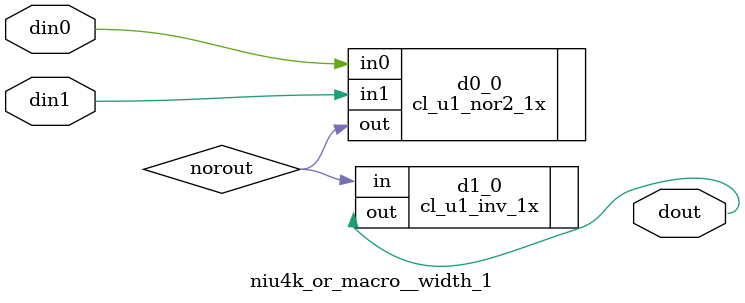
<source format=v>
module n2_niu_sp_4096x9s_cust (
  reset, 
  tcu_aclk, 
  tcu_bclk, 
  pce, 
  tcu_pce_ov, 
  tcu_scan_en, 
  tcu_se_scancollar_in, 
  tcu_se_scancollar_out, 
  tcu_array_wr_inhibit, 
  scan_in, 
  scan_out, 
  hdr_sram_rvalue, 
  hdr_sram_rid, 
  hdr_sram_wr_en, 
  hdr_sram_red_clr, 
  sram_hdr_read_data, 
  rw_adr, 
  wr_en, 
  rd_en, 
  din, 
  dout, 
  l2clk);
wire repair_scanout;
    
       
input                   reset;
input                   tcu_aclk;
input                   tcu_bclk;
input                   pce;
input                   tcu_pce_ov;
input                   tcu_scan_en;
input                   tcu_se_scancollar_in;
input                   tcu_se_scancollar_out;
input                   tcu_array_wr_inhibit;
input                   scan_in;
output                  scan_out;

input             [5:0] hdr_sram_rvalue;
input                   hdr_sram_rid;
input                   hdr_sram_wr_en;
input                   hdr_sram_red_clr;
output            [5:0] sram_hdr_read_data;

input            [11:0] rw_adr;
input                   wr_en;
input                   rd_en;
input             [8:0] din;
output            [8:0] dout;
input                   l2clk;

// 0in set_clock l2clk
// 0in bits_on -var {rd_en,wr_en} -max 1 -message "niu_sp_4096x9: Attempt to read AND write on same cycle" -group mbist_mode
 
wire    [5:0]   hdr_sram_rvalue;
wire    [5:0]   sram_hdr_read_data;
wire    [11:0]  rw_adr;
wire    [8:0]   din;
wire    [8:0]   dout;
wire    [1:0]   repair_en_bk;
wire    [4:0]   red_value_b0, red_value_b1;

n2_niu_sp_4096x9s_bank niu_sp_4096x9s_bank (
                                .reset                  (reset),
                                .tcu_aclk               (tcu_aclk),
                                .tcu_bclk               (tcu_bclk),
                                .pce                    (pce),
                                .tcu_pce_ov             (tcu_pce_ov),
                                .tcu_scan_en            (tcu_scan_en),
                                .tcu_se_scancollar_in   (tcu_se_scancollar_in),
                                .tcu_array_wr_inhibit   (tcu_array_wr_inhibit),
                                .l2clk                  (l2clk),
                                .wr_en                  (wr_en),
                                .rw_adr                 (rw_adr),
                                .rd_en                  (rd_en),
                                .din                    (din),
                                .scan_in                (repair_scanout),
                                .scan_out               (scan_out),
                                .red_value_b0           (red_value_b0),
                                .red_value_b1           (red_value_b1),
                                .repair_en_bk           (repair_en_bk),
                                .dout                   (dout));

n2_niu_sp_4096x9s_repair repair (
                                .tcu_aclk               (tcu_aclk),
                                .tcu_bclk               (tcu_bclk),
                                .pce                    (pce),
                                .tcu_pce_ov             (tcu_pce_ov),
                                .tcu_scan_en            (tcu_scan_en),
                                .tcu_se_scancollar_in   (tcu_se_scancollar_in),
                                .tcu_se_scancollar_out  (tcu_se_scancollar_out),
                                .tcu_array_wr_inhibit   (tcu_array_wr_inhibit),
                                .scan_in                (scan_in),
                                .hdr_sram_rvalue        (hdr_sram_rvalue),
                                .hdr_sram_rid           (hdr_sram_rid),
                                .hdr_sram_wr_en         (hdr_sram_wr_en),
                                .hdr_sram_red_clr       (hdr_sram_red_clr),
                                .l2clk                  (l2clk),
                                .sram_hdr_read_data     (sram_hdr_read_data),
                                .red_value_b0           (red_value_b0),
                                .red_value_b1           (red_value_b1),
                                .repair_en_bk           (repair_en_bk),
                                .scan_out               (repair_scanout));

endmodule

 



module n2_niu_sp_4096x9s_bank (
  reset, 
  din, 
  rw_adr, 
  rd_en, 
  wr_en, 
  tcu_aclk, 
  tcu_bclk, 
  pce, 
  tcu_pce_ov, 
  tcu_scan_en, 
  tcu_se_scancollar_in, 
  tcu_array_wr_inhibit, 
  l2clk, 
  scan_in, 
  red_value_b0, 
  red_value_b1, 
  repair_en_bk, 
  dout, 
  scan_out);
wire l1clk_in_en;
wire l1clk_in;
wire l1clk_andclk_in_en;
wire andclk;
wire dff_rd_en_m_scanin;
wire dff_rd_en_m_scanout;
wire rd_en_m_noinhi;
wire dff_wr_en_m_scanin;
wire dff_wr_en_m_scanout;
wire wr_en_m_noinhi;
wire [3:0] spare_f;
wire [3:0] spare_scanin;
wire [3:0] spare_scanout;
 


input                   reset;
input             [8:0] din;
input            [11:0] rw_adr;
input                   rd_en;
input                   wr_en;
input                   tcu_aclk;
input                   tcu_bclk;
input                   pce;
input                   tcu_pce_ov;
input                   tcu_scan_en;
input                   tcu_se_scancollar_in;
input                   tcu_array_wr_inhibit;
input                   l2clk;
input                   scan_in;

input             [4:0] red_value_b0;      // to subbank
input             [4:0] red_value_b1;
input             [1:0] repair_en_bk;

output            [8:0] dout;
output                  scan_out;

wire              [8:0] din;
wire             [11:0] rw_adr;
wire              [4:0] red_value_b0;      // to subbank
wire              [4:0] red_value_b1;
wire              [1:0] repair_en_bk;
wire              [8:0] dout;

wire             [11:0] rw_adr_f;
wire             [11:0] dff_rw_adr_f_scanin;
wire             [11:0] dff_rw_adr_f_scanout;
wire              [8:0] din_f;
wire              [8:0] din_scanin;
wire              [8:0] din_scanout;
wire              [8:0] dout_up, dout_dn;
wire 			siclk;
wire			soclk;

assign siclk=tcu_aclk;
assign soclk=tcu_bclk;

//cl_sc1_l1hdr_8x l1ch_in (
//                                .l2clk  (l2clk),
//                                .pce    (pce),
//                                .l1clk  (l1clk_in),
//                                .se     (tcu_se_scancollar_in),
//                                .pce_ov (tcu_pce_ov),
//                                .stop   (1'b0) );

//cl_sc1_l1hdr_8x andclk_in (	.l2clk	(l2clk),
//				.pce	(pce),
//				.l1clk	(andclk),
//				.se	(tcu_scan_en),
//				.pce_ov	(tcu_pce_ov),
//				.stop	(1'b0) );

///////////////////////////////////
// decomposed l1hdr for l1clk_in
///////////////////////////////////

cl_mc1_l1enable_12x l1ch_in_l1en (
                                .l2clk          (l2clk),
                                .pce            (pce),
                                .pce_ov         (tcu_pce_ov),
                                .l1en           (l1clk_in_en)
                        );

cl_mc1_l1driver_12x l1ch_in_l1drvr (
                                .se             (tcu_se_scancollar_in),
                                .l1en           (l1clk_in_en),
                                .l1clk          (l1clk_in),
  .l2clk(l2clk)
                        );

///////////////////////////////////
// decomposed l1hdr for andclk_in
///////////////////////////////////

cl_mc1_l1enable_12x andclk_in_l1en (
                                .l2clk          (l2clk),
                                .pce            (pce),
                                .pce_ov         (tcu_pce_ov),
                                .l1en           (l1clk_andclk_in_en)
                        );

cl_mc1_l1driver_12x andclk_in_l1drvr (
                                .se             (tcu_scan_en),
                                .l1en           (l1clk_andclk_in_en),
                                .l1clk          (andclk),
  .l2clk(l2clk)
                        );


wire   reset_l = ~reset;

cl_sc1_msff_syrst_4x rw_adr_m00 (.d(rw_adr[0 ]),.si(dff_rw_adr_f_scanin[0 ]),.q(rw_adr_f[0 ]),.so(dff_rw_adr_f_scanout[0]),.reset(reset_l),.l1clk(l1clk_in),.siclk(siclk),.soclk(soclk));
cl_sc1_msff_syrst_4x rw_adr_m01 (.d(rw_adr[1 ]),.si(dff_rw_adr_f_scanin[1 ]),.q(rw_adr_f[1 ]),.so(dff_rw_adr_f_scanout[1]),.reset(reset_l),.l1clk(l1clk_in),.siclk(siclk),.soclk(soclk));
cl_sc1_msff_syrst_4x rw_adr_m02 (.d(rw_adr[2 ]),.si(dff_rw_adr_f_scanin[2 ]),.q(rw_adr_f[2 ]),.so(dff_rw_adr_f_scanout[2]),.reset(reset_l),.l1clk(l1clk_in),.siclk(siclk),.soclk(soclk));
cl_sc1_msff_syrst_4x rw_adr_m03 (.d(rw_adr[3 ]),.si(dff_rw_adr_f_scanin[3 ]),.q(rw_adr_f[3 ]),.so(dff_rw_adr_f_scanout[3]),.reset(reset_l),.l1clk(l1clk_in),.siclk(siclk),.soclk(soclk));
cl_sc1_msff_syrst_4x rw_adr_m04 (.d(rw_adr[4 ]),.si(dff_rw_adr_f_scanin[4 ]),.q(rw_adr_f[4 ]),.so(dff_rw_adr_f_scanout[4]),.reset(reset_l),.l1clk(l1clk_in),.siclk(siclk),.soclk(soclk));
cl_sc1_msff_syrst_4x rw_adr_m05 (.d(rw_adr[5 ]),.si(dff_rw_adr_f_scanin[5 ]),.q(rw_adr_f[5 ]),.so(dff_rw_adr_f_scanout[5]),.reset(reset_l),.l1clk(l1clk_in),.siclk(siclk),.soclk(soclk));
cl_sc1_msff_syrst_4x rw_adr_m06 (.d(rw_adr[6 ]),.si(dff_rw_adr_f_scanin[6 ]),.q(rw_adr_f[6 ]),.so(dff_rw_adr_f_scanout[6]),.reset(reset_l),.l1clk(l1clk_in),.siclk(siclk),.soclk(soclk));
cl_sc1_msff_syrst_4x rw_adr_m07 (.d(rw_adr[7 ]),.si(dff_rw_adr_f_scanin[7 ]),.q(rw_adr_f[7 ]),.so(dff_rw_adr_f_scanout[7]),.reset(reset_l),.l1clk(l1clk_in),.siclk(siclk),.soclk(soclk));
cl_sc1_msff_syrst_4x rw_adr_m08 (.d(rw_adr[8 ]),.si(dff_rw_adr_f_scanin[8 ]),.q(rw_adr_f[8 ]),.so(dff_rw_adr_f_scanout[8]),.reset(reset_l),.l1clk(l1clk_in),.siclk(siclk),.soclk(soclk));
cl_sc1_msff_syrst_4x rw_adr_m09 (.d(rw_adr[9 ]),.si(dff_rw_adr_f_scanin[9 ]),.q(rw_adr_f[9 ]),.so(dff_rw_adr_f_scanout[9]),.reset(reset_l),.l1clk(l1clk_in),.siclk(siclk),.soclk(soclk));
cl_sc1_msff_syrst_4x rw_adr_m10 (.d(rw_adr[10]),.si(dff_rw_adr_f_scanin[10]),.q(rw_adr_f[10]),.so(dff_rw_adr_f_scanout[10]),.reset(reset_l),.l1clk(l1clk_in),.siclk(siclk),.soclk(soclk));
cl_sc1_msff_syrst_4x rw_adr_m11 (.d(rw_adr[11]),.si(dff_rw_adr_f_scanin[11]),.q(rw_adr_f[11]),.so(dff_rw_adr_f_scanout[11]),.reset(reset_l),.l1clk(l1clk_in),.siclk(siclk),.soclk(soclk));

cl_mc1_sram_msff_mo_8x rd_en_m0 (.d(rd_en & reset_l),.si(dff_rd_en_m_scanin),.q(),.so(dff_rd_en_m_scanout),.and_clk(andclk),.q_l(),.mq(rd_en_m_noinhi),.mq_l(),.l1clk(l1clk_in),.siclk(siclk),.soclk(soclk) ); 
cl_mc1_sram_msff_mo_8x wr_en_m0 (.d(wr_en & reset_l),.si(dff_wr_en_m_scanin),.q(),.so(dff_wr_en_m_scanout),.and_clk(andclk),.q_l(),.mq(wr_en_m_noinhi),.mq_l(),.l1clk(l1clk_in),.siclk(siclk),.soclk(soclk) );

//cl_sc1_msff_syrst_4x rd_en_m0 (.d(rd_en),.si(dff_rd_en_m_scanin),.q(rd_en_m_noinhi),.so(dff_rd_en_m_scanout),.reset(reset_l),.l1clk(l1clk_in),.siclk(siclk),.soclk(soclk));
//cl_sc1_msff_syrst_4x wr_en_m0 (.d(wr_en),.si(dff_wr_en_m_scanin),.q(wr_en_m_noinhi),.so(dff_wr_en_m_scanout),.reset(reset_l),.l1clk(l1clk_in),.siclk(siclk),.soclk(soclk));

cl_sc1_msff_syrst_4x spare_0 (.d(spare_f[0] ),.si(spare_scanin[0]),.q(spare_f[0]),.so(spare_scanout[0]),.reset(reset_l),.l1clk(l1clk_in),.siclk(siclk),.soclk(soclk));
cl_sc1_msff_syrst_4x spare_1 (.d(spare_f[1] ),.si(spare_scanin[1]),.q(spare_f[1]),.so(spare_scanout[1]),.reset(reset_l),.l1clk(l1clk_in),.siclk(siclk),.soclk(soclk));
cl_sc1_msff_syrst_4x spare_2 (.d(spare_f[2] ),.si(spare_scanin[2]),.q(spare_f[2]),.so(spare_scanout[2]),.reset(reset_l),.l1clk(l1clk_in),.siclk(siclk),.soclk(soclk));
cl_sc1_msff_syrst_4x spare_3 (.d(spare_f[3] ),.si(spare_scanin[3]),.q(spare_f[3]),.so(spare_scanout[3]),.reset(reset_l),.l1clk(l1clk_in),.siclk(siclk),.soclk(soclk));

cl_sc1_msff_syrst_4x din_0 (.d(din[0]),.si(din_scanin[0]),.q(din_f[0]),.so(din_scanout[0]),.reset(reset_l),.l1clk(l1clk_in),.siclk(siclk),.soclk(soclk));
cl_sc1_msff_syrst_4x din_1 (.d(din[1]),.si(din_scanin[1]),.q(din_f[1]),.so(din_scanout[1]),.reset(reset_l),.l1clk(l1clk_in),.siclk(siclk),.soclk(soclk));
cl_sc1_msff_syrst_4x din_2 (.d(din[2]),.si(din_scanin[2]),.q(din_f[2]),.so(din_scanout[2]),.reset(reset_l),.l1clk(l1clk_in),.siclk(siclk),.soclk(soclk));
cl_sc1_msff_syrst_4x din_3 (.d(din[3]),.si(din_scanin[3]),.q(din_f[3]),.so(din_scanout[3]),.reset(reset_l),.l1clk(l1clk_in),.siclk(siclk),.soclk(soclk));
cl_sc1_msff_syrst_4x din_4 (.d(din[4]),.si(din_scanin[4]),.q(din_f[4]),.so(din_scanout[4]),.reset(reset_l),.l1clk(l1clk_in),.siclk(siclk),.soclk(soclk));
cl_sc1_msff_syrst_4x din_5 (.d(din[5]),.si(din_scanin[5]),.q(din_f[5]),.so(din_scanout[5]),.reset(reset_l),.l1clk(l1clk_in),.siclk(siclk),.soclk(soclk));
cl_sc1_msff_syrst_4x din_6 (.d(din[6]),.si(din_scanin[6]),.q(din_f[6]),.so(din_scanout[6]),.reset(reset_l),.l1clk(l1clk_in),.siclk(siclk),.soclk(soclk));
cl_sc1_msff_syrst_4x din_7 (.d(din[7]),.si(din_scanin[7]),.q(din_f[7]),.so(din_scanout[7]),.reset(reset_l),.l1clk(l1clk_in),.siclk(siclk),.soclk(soclk));
cl_sc1_msff_syrst_4x din_8 (.d(din[8]),.si(din_scanin[8]),.q(din_f[8]),.so(din_scanout[8]),.reset(reset_l),.l1clk(l1clk_in),.siclk(siclk),.soclk(soclk));


wire rd_en_m = rd_en_m_noinhi && ~tcu_array_wr_inhibit;
wire wr_en_m = wr_en_m_noinhi && ~tcu_array_wr_inhibit;

wire wr_en_m_0 = wr_en_m && ~rw_adr_f[11];
wire wr_en_m_1 = wr_en_m && rw_adr_f[11];
                                         
n2_niu_sp_4096x9s_array   array_dn (     
				.l1clk          (l2clk),
                                .dout           (dout_dn),
                                .din            (din_f),
                                .addr           (rw_adr_f[10:0]),
                                .rd_en          (rd_en_m && ~rw_adr_f[11]),
                                .wr_en          (wr_en_m_0),
                                .red_value_b    (red_value_b1),
				.repair_en_bk 	(repair_en_bk[1]) );

n2_niu_sp_4096x9s_array   array_up (
                                .l1clk          (l2clk),
                                .dout           (dout_up),
                                .din            (din_f),
                                .addr           (rw_adr_f[10:0]),
                                .rd_en          (rd_en_m && rw_adr_f[11]),
                                .wr_en          (wr_en_m_1),
                                .red_value_b    (red_value_b0),
                                .repair_en_bk   (repair_en_bk[0]) );

// Final mux stage

        assign dout[0] = rw_adr_f[11] && dout_up[0] || ~rw_adr_f[11] && dout_dn[0];
        assign dout[1] = rw_adr_f[11] && dout_up[1] || ~rw_adr_f[11] && dout_dn[1];
        assign dout[2] = rw_adr_f[11] && dout_up[2] || ~rw_adr_f[11] && dout_dn[2];
        assign dout[3] = rw_adr_f[11] && dout_up[3] || ~rw_adr_f[11] && dout_dn[3];
        assign dout[4] = rw_adr_f[11] && dout_up[4] || ~rw_adr_f[11] && dout_dn[4];
        assign dout[5] = rw_adr_f[11] && dout_up[5] || ~rw_adr_f[11] && dout_dn[5];
        assign dout[6] = rw_adr_f[11] && dout_up[6] || ~rw_adr_f[11] && dout_dn[6];
        assign dout[7] = rw_adr_f[11] && dout_up[7] || ~rw_adr_f[11] && dout_dn[7];
        assign dout[8] = rw_adr_f[11] && dout_up[8] || ~rw_adr_f[11] && dout_dn[8];

// scanfix start

assign din_scanin[8]=           scan_in;
assign din_scanin[7]=           din_scanout[8] ;
assign din_scanin[6]=           din_scanout[7] ;
assign din_scanin[5]=           din_scanout[6] ;
assign din_scanin[4]=           din_scanout[5] ;
assign din_scanin[3]=           din_scanout[4] ;
assign din_scanin[2]=           din_scanout[3] ;
assign din_scanin[1]=           din_scanout[2] ;
assign din_scanin[0]=           din_scanout[1] ;
assign dff_rw_adr_f_scanin[11]= din_scanout[0];
assign dff_rw_adr_f_scanin[10]= dff_rw_adr_f_scanout[11];
assign dff_rw_adr_f_scanin[9 ]= dff_rw_adr_f_scanout[10];
assign dff_rw_adr_f_scanin[8 ]= dff_rw_adr_f_scanout[9 ];
assign dff_rw_adr_f_scanin[7 ]= dff_rw_adr_f_scanout[8 ];
assign dff_rw_adr_f_scanin[6 ]= dff_rw_adr_f_scanout[7 ];
assign dff_rw_adr_f_scanin[5 ]= dff_rw_adr_f_scanout[6 ];
assign dff_rw_adr_f_scanin[4 ]= dff_rw_adr_f_scanout[5 ];
assign dff_rw_adr_f_scanin[3 ]= dff_rw_adr_f_scanout[4 ];
assign dff_rw_adr_f_scanin[2 ]= dff_rw_adr_f_scanout[3 ];
assign dff_rw_adr_f_scanin[1 ]= dff_rw_adr_f_scanout[2 ];
assign dff_rw_adr_f_scanin[0 ]= dff_rw_adr_f_scanout[1 ];
assign dff_rd_en_m_scanin=      dff_rw_adr_f_scanout[0 ];
assign dff_wr_en_m_scanin=	dff_rd_en_m_scanout;
assign spare_scanin[0] =	dff_wr_en_m_scanout;
assign spare_scanin[1] =        spare_scanout[0];
assign spare_scanin[2] =        spare_scanout[1];
assign spare_scanin[3] =        spare_scanout[2];
assign scan_out=		spare_scanout[3];

// scanfix end

endmodule



module n2_niu_sp_4096x9s_array (
  l1clk, 
  din, 
  dout, 
  addr, 
  rd_en, 
  wr_en, 
  red_value_b, 
  repair_en_bk); 


input 		l1clk;
input	[8:0]	din;
output	[8:0]	dout;
input	[10:0]	addr;
input		rd_en;
input		wr_en;
input	[4:0]	red_value_b;
input		repair_en_bk;

wire    [18:0]  dout_arr;
wire    [18:0]  dout_repwrdmux;
wire    [18:0]  wr_en_bit;
wire    [17:0]  doutrdmux;
wire    [17:0]  repair_out_chain;

n2_niu_sp_4096x9s_128x152_mem array_2k   (   l1clk,
                                             dout_repwrdmux,
                                             dout_arr,
                                             addr[9:0],
                                             {18{rd_en}},
                                             wr_en_bit);

repwrmux wrmux  (       din,
                        dout_repwrdmux,
                        repair_out_chain[17:0]);

repwrselmux wrselmux (  .wr_en          (wr_en),
                        .wrseldout      (wr_en_bit),
                        .addr10         (addr[10]),
                        .repsel         (repair_out_chain[17:0]) );

reprdmux rdselmux (     dout_arr,
                        doutrdmux,
                        repair_out_chain[17:0]);

repdec_5_32 rep_dec (   red_value_b,
                        repair_en_bk,
                        repair_out_chain);

assign  dout[0] = addr[10] && doutrdmux[1 ] || ~addr[10] && doutrdmux[0 ];
assign  dout[1] = addr[10] && doutrdmux[3 ] || ~addr[10] && doutrdmux[2 ];
assign  dout[2] = addr[10] && doutrdmux[5 ] || ~addr[10] && doutrdmux[4 ];
assign  dout[3] = addr[10] && doutrdmux[7 ] || ~addr[10] && doutrdmux[6 ];
assign  dout[4] = addr[10] && doutrdmux[9 ] || ~addr[10] && doutrdmux[8 ];
assign  dout[5] = addr[10] && doutrdmux[11] || ~addr[10] && doutrdmux[10];
assign  dout[6] = addr[10] && doutrdmux[13] || ~addr[10] && doutrdmux[12];
assign  dout[7] = addr[10] && doutrdmux[15] || ~addr[10] && doutrdmux[14];
assign  dout[8] = addr[10] && doutrdmux[17] || ~addr[10] && doutrdmux[16];

endmodule




module n2_niu_sp_4096x9s_128x152_mem (
        l1clk,
        din,
        dout,
        addr,
        rd_en,
        wr_en
);
        input           l1clk;
        input   [18:0]  din;
        output  [18:0]  dout;
        input   [9:0]   addr;
        input   [17:0]  rd_en;
        input   [18:0]  wr_en;

n2_niu_sp_4096x9s_128x8_halfbit b0      (l1clk,din[0 ],dout[0 ],addr,rd_en[0 ],wr_en[0 ]);
n2_niu_sp_4096x9s_128x8_halfbit b1      (l1clk,din[1 ],dout[1 ],addr,rd_en[1 ],wr_en[1 ]);
n2_niu_sp_4096x9s_128x8_halfbit b2      (l1clk,din[2 ],dout[2 ],addr,rd_en[2 ],wr_en[2 ]);
n2_niu_sp_4096x9s_128x8_halfbit b3      (l1clk,din[3 ],dout[3 ],addr,rd_en[3 ],wr_en[3 ]);
n2_niu_sp_4096x9s_128x8_halfbit b4      (l1clk,din[4 ],dout[4 ],addr,rd_en[4 ],wr_en[4 ]);
n2_niu_sp_4096x9s_128x8_halfbit b5      (l1clk,din[5 ],dout[5 ],addr,rd_en[5 ],wr_en[5 ]);
n2_niu_sp_4096x9s_128x8_halfbit b6      (l1clk,din[6 ],dout[6 ],addr,rd_en[6 ],wr_en[6 ]);
n2_niu_sp_4096x9s_128x8_halfbit b7      (l1clk,din[7 ],dout[7 ],addr,rd_en[7 ],wr_en[7 ]);
n2_niu_sp_4096x9s_128x8_halfbit b8      (l1clk,din[8 ],dout[8 ],addr,rd_en[8 ],wr_en[8 ]);
n2_niu_sp_4096x9s_128x8_halfbit b9      (l1clk,din[9 ],dout[9 ],addr,rd_en[9 ],wr_en[9 ]);
n2_niu_sp_4096x9s_128x8_halfbit b10     (l1clk,din[10],dout[10],addr,rd_en[10],wr_en[10]);
n2_niu_sp_4096x9s_128x8_halfbit b11     (l1clk,din[11],dout[11],addr,rd_en[11],wr_en[11]);
n2_niu_sp_4096x9s_128x8_halfbit b12     (l1clk,din[12],dout[12],addr,rd_en[12],wr_en[12]);
n2_niu_sp_4096x9s_128x8_halfbit b13     (l1clk,din[13],dout[13],addr,rd_en[13],wr_en[13]);
n2_niu_sp_4096x9s_128x8_halfbit b14     (l1clk,din[14],dout[14],addr,rd_en[14],wr_en[14]);
n2_niu_sp_4096x9s_128x8_halfbit b15     (l1clk,din[15],dout[15],addr,rd_en[15],wr_en[15]);
n2_niu_sp_4096x9s_128x8_halfbit b16     (l1clk,din[16],dout[16],addr,rd_en[16],wr_en[16]);
n2_niu_sp_4096x9s_128x8_halfbit b17     (l1clk,din[17],dout[17],addr,rd_en[17],wr_en[17]);
n2_niu_sp_4096x9s_128x8_halfbit rep     (l1clk,din[18],dout[18],addr,rd_en[17],wr_en[18]);

endmodule



module n2_niu_sp_4096x9s_128x8_halfbit (
	l1clk,
	din,
	dout,
	addr,
	rd_en,
	wr_en);

input		l1clk;
input		din;
output		dout;
input	[9:0]	addr;
input		rd_en;
input		wr_en;

reg		dout;
reg		dout1;
reg	[7:0]	din_mem;
reg 	[7:0]	rd_en_col;
reg 	[7:0]	wr_en_col;
wire		din;
wire	[7:0]	dout_mem;

n2_niu_sp_4096x9s_128x8_memory	mem (	.l1clk	(l1clk),
					.din	(din_mem),
					.dout	(dout_mem),
					.rw_addr(addr[6:0]),
					.rd_en	(rd_en_col),
					.wr_en	(wr_en_col));
always @ (addr[9:7] or rd_en)
        begin
           if(!rd_en)
                         rd_en_col=8'b00000000;
           else if(rd_en)
                case(addr[9:7])
                   3'h0: rd_en_col=8'b00000001;
                   3'h1: rd_en_col=8'b00000010;
                   3'h2: rd_en_col=8'b00000100;
                   3'h3: rd_en_col=8'b00001000;
                   3'h4: rd_en_col=8'b00010000;
                   3'h5: rd_en_col=8'b00100000;
                   3'h6: rd_en_col=8'b01000000;
                   3'h7: rd_en_col=8'b10000000;
                endcase

        end

always @ (addr[9:7] or wr_en)
        begin
           if(!wr_en)
                         wr_en_col=8'b00000000;
           else if(wr_en)
                case(addr[9:7])
                   3'h0: wr_en_col=8'b00000001;
                   3'h1: wr_en_col=8'b00000010;
                   3'h2: wr_en_col=8'b00000100;
                   3'h3: wr_en_col=8'b00001000;
                   3'h4: wr_en_col=8'b00010000;
                   3'h5: wr_en_col=8'b00100000;
                   3'h6: wr_en_col=8'b01000000;
                   3'h7: wr_en_col=8'b10000000;
                endcase

        end


always @ (addr or dout_mem)
	begin
		case (addr[9:7]) 
		    3'h0: dout1=dout_mem[0];
		    3'h1: dout1=dout_mem[1];
		    3'h2: dout1=dout_mem[2];
		    3'h3: dout1=dout_mem[3];
		    3'h4: dout1=dout_mem[4];
		    3'h5: dout1=dout_mem[5];
		    3'h6: dout1=dout_mem[6];
		    3'h7: dout1=dout_mem[7];
		endcase
	end

always @ (addr or din)
        begin
                case (addr[9:7]) 
                    3'h0: din_mem=8'b00000001 & {8{din}};
                    3'h1: din_mem=8'b00000010 & {8{din}};
                    3'h2: din_mem=8'b00000100 & {8{din}};
                    3'h3: din_mem=8'b00001000 & {8{din}};
                    3'h4: din_mem=8'b00010000 & {8{din}};
                    3'h5: din_mem=8'b00100000 & {8{din}};
                    3'h6: din_mem=8'b01000000 & {8{din}};
                    3'h7: din_mem=8'b10000000 & {8{din}};
		endcase
	end
// sa and latch
always @(rd_en or addr or l1clk or dout1) begin
  if(rd_en & l1clk)
        dout = dout1;
end

// Initialize latches

`ifndef NOINITMEM
initial begin
  dout=1'b0;
end
`endif // NOINITMEM

endmodule


module n2_niu_sp_4096x9s_128x8_memory (
        l1clk,
        din,
        dout,
        rw_addr,
        rd_en,
        wr_en
);
input           l1clk;
input   [7:0]   din;
input   [6:0]   rw_addr;
input   [7:0]   rd_en;
input   [7:0]   wr_en;
output  [7:0]   dout;

n2_niu_sp_4096x9s_128x1_memory b0 (l1clk,din[0],dout[0],rw_addr,rd_en[0],wr_en[0]);
n2_niu_sp_4096x9s_128x1_memory b1 (l1clk,din[1],dout[1],rw_addr,rd_en[1],wr_en[1]);
n2_niu_sp_4096x9s_128x1_memory b2 (l1clk,din[2],dout[2],rw_addr,rd_en[2],wr_en[2]);
n2_niu_sp_4096x9s_128x1_memory b3 (l1clk,din[3],dout[3],rw_addr,rd_en[3],wr_en[3]);
n2_niu_sp_4096x9s_128x1_memory b4 (l1clk,din[4],dout[4],rw_addr,rd_en[4],wr_en[4]);
n2_niu_sp_4096x9s_128x1_memory b5 (l1clk,din[5],dout[5],rw_addr,rd_en[5],wr_en[5]);
n2_niu_sp_4096x9s_128x1_memory b6 (l1clk,din[6],dout[6],rw_addr,rd_en[6],wr_en[6]);
n2_niu_sp_4096x9s_128x1_memory b7 (l1clk,din[7],dout[7],rw_addr,rd_en[7],wr_en[7]);

endmodule





module n2_niu_sp_4096x9s_128x1_memory (
	l1clk,
	din,
	dout,
	rw_addr,
	rd_en,
	wr_en
);

input		l1clk;
input		din;
input 	[6:0]	rw_addr;
input 		rd_en;
input 		wr_en;
output		dout;


wire [6:0] rw_addr;

`ifdef AXIS_SMEM_BAD

// internal variable
integer          k, l;
reg 		dout;

reg              write_mask;

wire             axis_dout ;
wire             axis_din = din ;
wire    [6:0]    axis_waddr = rw_addr ;
wire    [6:0]    axis_raddr = rw_addr ;
wire             axis_wen = wr_en ;
wire             axis_ren = rd_en ;
wire             axis_clk = ~l1clk ;

axis_smem #(7, 1, 2, 1'b0) mem            // addr_width,data_width,num_ports,init_value
( {axis_dout             , {1'bz}        },        // Output Port  (1,2)
  {{1'bz}                , axis_din      },        // Input Port   (1,2)
  {axis_raddr            , axis_waddr    },        // Address Port (1,2)
  {1'b0                  , axis_wen      },        // Write Enable (1,2)
  {1'b1                  , 1'b1          },        // Chip Enable  (1,2)
  {axis_clk              , axis_clk      },        // Port Clocks  (1,2)
  {{1'bz}                , {1'bz}}       );         // Write Mask   (1,2)


always @(axis_dout or axis_ren or axis_wen or l1clk) begin
                if (axis_ren & ~l1clk) begin
                        if (axis_wen)
                     dout   <= 1'bx;
                       else
                     dout   <= axis_dout;
                end
end

`else

reg  		dout;
reg		mem[127:0];

always @(wr_en or rd_en or din or rw_addr or l1clk)
`ifndef AXIS_SMEM
   #1.01
`else
`endif
   if(l1clk & wr_en)
      if (rd_en) 
         mem[rw_addr] = 1'bx; 
      else
         mem[rw_addr[6:0]] = din;

always @(rd_en or rw_addr or l1clk)
`ifndef AXIS_SMEM
   #1.01
`else
`endif
   if(rd_en & l1clk)
      if(wr_en) 
	dout = 1'bx; 
      else
	dout= rd_en & mem[rw_addr[6:0]];
		
// Initialize the arrays.
`ifndef NOINITMEM
integer j;
initial begin
  for (j=0;j<128;j=j+1) begin
     mem[j] =  1'd0;
  end
  dout=1'b0;
end
`endif // NOINITMEM

`endif // AXIS_SMEM



endmodule


module repwrmux (
        din,
        dout,
        sel
);
        input   [8:0]   din;
        output  [18:0]  dout;
        input   [17:0]  sel;
        wire    [17:0]  din_replicate;

        assign din_replicate={  {2{din[8]}},{2{din[7]}},{2{din[6]}},{2{din[5]}},
                                {2{din[4]}},{2{din[3]}},{2{din[2]}},{2{din[1]}},{2{din[0]}}};

        assign dout[0 ]=~sel[0 ]&&din_replicate[0 ] || sel[0 ]&&din_replicate[0 ];
        assign dout[1 ]=~sel[1 ]&&din_replicate[1 ] || sel[1 ]&&din_replicate[0 ];
        assign dout[2 ]=~sel[2 ]&&din_replicate[2 ] || sel[2 ]&&din_replicate[1 ];
        assign dout[3 ]=~sel[3 ]&&din_replicate[3 ] || sel[3 ]&&din_replicate[2 ];
        assign dout[4 ]=~sel[4 ]&&din_replicate[4 ] || sel[4 ]&&din_replicate[3 ];
        assign dout[5 ]=~sel[5 ]&&din_replicate[5 ] || sel[5 ]&&din_replicate[4 ];
        assign dout[6 ]=~sel[6 ]&&din_replicate[6 ] || sel[6 ]&&din_replicate[5 ];
        assign dout[7 ]=~sel[7 ]&&din_replicate[7 ] || sel[7 ]&&din_replicate[6 ];
        assign dout[8 ]=~sel[8 ]&&din_replicate[8 ] || sel[8 ]&&din_replicate[7 ];
        assign dout[9 ]=~sel[9 ]&&din_replicate[9 ] || sel[9 ]&&din_replicate[8 ];
        assign dout[10]=~sel[10]&&din_replicate[10] || sel[10]&&din_replicate[9 ];
        assign dout[11]=~sel[11]&&din_replicate[11] || sel[11]&&din_replicate[10];
        assign dout[12]=~sel[12]&&din_replicate[12] || sel[12]&&din_replicate[11];
        assign dout[13]=~sel[13]&&din_replicate[13] || sel[13]&&din_replicate[12];
        assign dout[14]=~sel[14]&&din_replicate[14] || sel[14]&&din_replicate[13];
        assign dout[15]=~sel[15]&&din_replicate[15] || sel[15]&&din_replicate[14];
        assign dout[16]=~sel[16]&&din_replicate[16] || sel[16]&&din_replicate[15];
        assign dout[17]=~sel[17]&&din_replicate[17] || sel[17]&&din_replicate[16];
        assign dout[18]=          din_replicate[17];

endmodule




module repwrselmux      (
        wr_en,
        wrseldout,
        addr10,
        repsel
);
        input           wr_en;
        output  [18:0]  wrseldout;
        input           addr10;
        input   [17:0]  repsel;
        assign wrseldout[0 ]= wr_en && (~addr10 && ~repsel[0 ]|| addr10 && repsel[0 ]);
        assign wrseldout[1 ]= wr_en && ( addr10 && ~repsel[1 ]||~addr10 && repsel[1 ]);
        assign wrseldout[2 ]= wr_en && (~addr10 && ~repsel[2 ]|| addr10 && repsel[2 ]);
        assign wrseldout[3 ]= wr_en && ( addr10 && ~repsel[3 ]||~addr10 && repsel[3 ]);
        assign wrseldout[4 ]= wr_en && (~addr10 && ~repsel[4 ]|| addr10 && repsel[4 ]);
        assign wrseldout[5 ]= wr_en && ( addr10 && ~repsel[5 ]||~addr10 && repsel[5 ]);
        assign wrseldout[6 ]= wr_en && (~addr10 && ~repsel[6 ]|| addr10 && repsel[6 ]);
        assign wrseldout[7 ]= wr_en && ( addr10 && ~repsel[7 ]||~addr10 && repsel[7 ]);
        assign wrseldout[8 ]= wr_en && (~addr10 && ~repsel[8 ]|| addr10 && repsel[8 ]);
        assign wrseldout[9 ]= wr_en && ( addr10 && ~repsel[9 ]||~addr10 && repsel[9 ]);
        assign wrseldout[10]= wr_en && (~addr10 && ~repsel[10]|| addr10 && repsel[10]);
        assign wrseldout[11]= wr_en && ( addr10 && ~repsel[11]||~addr10 && repsel[11]);
        assign wrseldout[12]= wr_en && (~addr10 && ~repsel[12]|| addr10 && repsel[12]);
        assign wrseldout[13]= wr_en && ( addr10 && ~repsel[13]||~addr10 && repsel[13]);
        assign wrseldout[14]= wr_en && (~addr10 && ~repsel[14]|| addr10 && repsel[14]);
        assign wrseldout[15]= wr_en && ( addr10 && ~repsel[15]||~addr10 && repsel[15]);
        assign wrseldout[16]= wr_en && (~addr10 && ~repsel[16]|| addr10 && repsel[16]);
        assign wrseldout[17]= wr_en && ( addr10 && ~repsel[17]||~addr10 && repsel[17]);
        assign wrseldout[18]= wr_en && addr10 ;

endmodule



module reprdmux (
        din,
        dout,
        sel
);
        input   [18:0]  din;
        output  [17:0]  dout;
        input   [17:0]  sel;
        assign dout[0 ]=~sel[0 ]&&din[0 ] || sel[0 ]&&din[1 ];
        assign dout[1 ]=~sel[1 ]&&din[1 ] || sel[1 ]&&din[2 ];
        assign dout[2 ]=~sel[2 ]&&din[2 ] || sel[2 ]&&din[3 ];
        assign dout[3 ]=~sel[3 ]&&din[3 ] || sel[3 ]&&din[4 ];
        assign dout[4 ]=~sel[4 ]&&din[4 ] || sel[4 ]&&din[5 ];
        assign dout[5 ]=~sel[5 ]&&din[5 ] || sel[5 ]&&din[6 ];
        assign dout[6 ]=~sel[6 ]&&din[6 ] || sel[6 ]&&din[7 ];
        assign dout[7 ]=~sel[7 ]&&din[7 ] || sel[7 ]&&din[8 ];
        assign dout[8 ]=~sel[8 ]&&din[8 ] || sel[8 ]&&din[9 ];
        assign dout[9 ]=~sel[9 ]&&din[9 ] || sel[9 ]&&din[10];
        assign dout[10]=~sel[10]&&din[10] || sel[10]&&din[11];
        assign dout[11]=~sel[11]&&din[11] || sel[11]&&din[12];
        assign dout[12]=~sel[12]&&din[12] || sel[12]&&din[13];
        assign dout[13]=~sel[13]&&din[13] || sel[13]&&din[14];
        assign dout[14]=~sel[14]&&din[14] || sel[14]&&din[15];
        assign dout[15]=~sel[15]&&din[15] || sel[15]&&din[16];
        assign dout[16]=~sel[16]&&din[16] || sel[16]&&din[17];
        assign dout[17]=~sel[17]&&din[17] || sel[17]&&din[18];
endmodule




module repdec_5_32 (
        addr,
        en,
        dout_chain
);
        input   [4:0]   addr;
        input           en;
        output  [17:0]  dout_chain;

wire    [17:0]   dout_chain;
wire    [31:0]   dout;

coldec_3_8 ad34_00      (addr[2:0],en & ~addr[4] & ~addr[3],dout[7:0]);
coldec_3_8 ad34_01      (addr[2:0],en & ~addr[4] & addr[3],dout[15:8]);
coldec_3_8 ad34_10      (addr[2:0],en & addr[4] & ~addr[3],dout[23:16]);
coldec_3_8 ad34_11      (addr[2:0],en & addr[4] & addr[3],dout[31:24]);

assign dout_chain = {   |dout[17:0],|dout[16:0],
                        |dout[15:0],|dout[14:0], |dout[13:0],|dout[12:0],
                        |dout[11:0],|dout[10:0], |dout[9:0],|dout[8:0],
                        |dout[7:0],|dout[6:0], |dout[5:0],|dout[4:0],
                        |dout[3:0],|dout[2:0],|dout[1:0],|dout[0]};


endmodule




module coldec_3_8 (
        addr,
        en,
        dout
);
        input   [2:0]   addr;
        input           en;
        output  [7:0]   dout;

        reg     [7:0]   dout;
        wire    [2:0]   addr;

always @ (addr or en)
        begin
           if(!en)
                         dout=8'b00000000;
           if(en)
                case(addr)
                   3'h0: dout=8'b00000001;
                   3'h1: dout=8'b00000010;
                   3'h2: dout=8'b00000100;
                   3'h3: dout=8'b00001000;
                   3'h4: dout=8'b00010000;
                   3'h5: dout=8'b00100000;
                   3'h6: dout=8'b01000000;
                   3'h7: dout=8'b10000000;
                endcase

        end
endmodule





module n2_niu_sp_4096x9s_repair (
  tcu_aclk, 
  tcu_bclk, 
  tcu_pce_ov, 
  pce, 
  tcu_scan_en, 
  tcu_se_scancollar_in, 
  tcu_se_scancollar_out, 
  tcu_array_wr_inhibit, 
  scan_in, 
  hdr_sram_rvalue, 
  hdr_sram_rid, 
  hdr_sram_wr_en, 
  hdr_sram_red_clr, 
  l2clk, 
  sram_hdr_read_data, 
  red_value_b0, 
  red_value_b1, 
  repair_en_bk, 
  scan_out);
wire l1clk_in_en;
wire l1clk_out_en;
wire l1clk_gate_en;
wire hdr_sram_rid_reg_scanout;
wire hdr_sram_wr_en_reg_scanout;
wire hdr_sram_red_clr_reg_scanout;
 

input                   tcu_aclk;
input                   tcu_bclk;
input                   tcu_pce_ov;
input                   pce;
input                   tcu_scan_en;
input                   tcu_se_scancollar_in;
input                   tcu_se_scancollar_out;
input                   tcu_array_wr_inhibit;         // direct input, not flopped
input                   scan_in;
input             [5:0] hdr_sram_rvalue;
input                   hdr_sram_rid;
input                   hdr_sram_wr_en;
input                   hdr_sram_red_clr;

input                   l2clk;

output            [5:0] sram_hdr_read_data;

output            [4:0] red_value_b0;      // to subbank
output            [4:0] red_value_b1;
output            [1:0] repair_en_bk;  

output                  scan_out;

wire              [5:0] sram_hdr_read_data;

wire              [4:0] red_value_b0;      // to subbank
wire              [4:0] red_value_b1;
wire              [1:0] repair_en_bk;      // to subbank

wire                    scan_out;

// scan renames
wire   siclk    = tcu_aclk;
wire   soclk    = tcu_bclk;
// end scan

wire              [1:0] red_id;
wire              [1:0] red_reg_clk_p;
wire              [4:0] fuse_red_data;
wire                    fuse_red_enable;

wire              [4:0] red_data_reg_b0;
wire              [4:0] red_data_reg_b1;
wire              [1:0] red_en_reg_bk; 

wire              [1:0] scan_input_bk;
wire              [1:0] scan_output_bk;

//=#=#=#=#=#=#=#=#=#=#=#=#=#=#=#=#=#=#=#=#=#=#=#=#=#=#=#=#=#=#=#=#=#=#=#=#=#=#=#=#=#=#=#=#=
//================================================
// l2 clock Domain: Clock headers
//================================================
wire                    l1clk_in;
wire                    l1clk_gate;
wire                    l1clk_out;

//cl_sc1_l1hdr_8x l1ch_in (
//                                .l2clk          (l2clk),
//                                .pce            (pce),
//                                .l1clk          (l1clk_in),
//                                .se             (tcu_se_scancollar_in),
//                                .pce_ov         (tcu_pce_ov),
//                                .stop           (1'b0)
//                        );


//cl_sc1_l1hdr_8x l1ch_out (
//                                .l2clk          (l2clk),
//                                .pce            (pce),
//                                .l1clk          (l1clk_out),
//                                .se             (tcu_se_scancollar_out),
//                                .pce_ov         (tcu_pce_ov),
//                                .stop           (1'b0)
//                          );

//cl_sc1_l1hdr_8x l1ch_gate (
//                                .l2clk          (l2clk),
//                                .pce            (pce),
//                                .l1clk          (l1clk_gate),
//                                .se             (tcu_scan_en),
//                                .pce_ov         (tcu_pce_ov),
//                                .stop           (1'b0)
//                          );

///////////////////////////////////
// decomposed l1hdr for l1clk_in
///////////////////////////////////

cl_mc1_l1enable_12x l1ch_in_l1en (
                                .l2clk          (l2clk),
                                .pce            (pce),
                                .pce_ov         (tcu_pce_ov),
                                .l1en           (l1clk_in_en)
                        );

cl_mc1_l1driver_12x l1ch_in_l1drvr (
                                .se             (tcu_se_scancollar_in),
                                .l1en           (l1clk_in_en),
                                .l1clk          (l1clk_in),
  .l2clk(l2clk)
                        );

///////////////////////////////////
// decomposed l1hdr for l1clk_out
///////////////////////////////////

cl_mc1_l1enable_12x l1ch_out_l1en (
                                .l2clk          (l2clk),
                                .pce            (pce),
                                .pce_ov         (tcu_pce_ov),
                                .l1en           (l1clk_out_en)
                        );

cl_mc1_l1driver_12x l1ch_out_l1drvr (
                                .se             (tcu_se_scancollar_out),
                                .l1en           (l1clk_out_en),
                                .l1clk          (l1clk_out),
  .l2clk(l2clk)
                        );

///////////////////////////////////
// decomposed l1hdr for l1clk_gate
///////////////////////////////////

cl_mc1_l1enable_12x l1ch_gate_l1en (
                                .l2clk          (l2clk),
                                .pce            (pce),
                                .pce_ov         (tcu_pce_ov),
                                .l1en           (l1clk_gate_en)
                        );

cl_mc1_l1driver_12x l1ch_gate_l1drvr (
                                .se             (tcu_scan_en),
                                .l1en           (l1clk_gate_en),
                                .l1clk          (l1clk_gate),
  .l2clk(l2clk)
                        );



//================================================
//  l2 clock Domain: Input flops
//================================================

/****************************************************/
wire              [4:0] fuse_niu_repair_value;
wire                    fuse_niu_repair_en;
wire                    fuse_niu_rid;
wire                    fuse_niu_wen;
wire                    fuse_red_reset;

wire                    sr10;
wire                    hdr_wr_en;
wire                    hdr_red_clr;
wire 			hdr_sram_rid_reg_scanin;
wire 			hdr_sram_wr_en_reg_scanin;
wire 			hdr_sram_red_clr_reg_scanin;

wire [5:0] hdr_rvalue_reg_scanin;
wire [5:0] hdr_rvalue_reg_scanout;
wire [5:0] sram_read_data_reg_scanin;
wire [5:0] sram_read_data_reg_scanout;

//  msff_ctl_macro srhdr_rvalue (width=6) (
//    .scan_in    (dff_rvalue_m_scanin),
//    .scan_out   (dff_rvalue_m_scanout),
//    .l1clk      (l1clk_in),
//    .din        (hdr_sram_rvalue[5:0]),
//    .dout       ({fuse_niu_repair_value[4:0],fuse_niu_repair_en}) );

//  msff_ctl_macro srhdr_rid (width=1) (
//    .scan_in    (dff_rid_m_scanin),
//    .scan_out   (dff_rid_m_scanout),
//    .l1clk      (l1clk_in),
//    .din        (hdr_sram_rid),
//    .dout       (fuse_niu_rid) );

//  msff_ctl_macro srhdr_wr_en (width=1) (
//    .scan_in    (dff_wr_en_m_scanin),
//    .scan_out   (dff_wr_en_m_scanout),
//    .l1clk      (l1clk_in),
//    .din        (hdr_sram_wr_en),
//    .dout       (hdr_wr_en) );

//  msff_ctl_macro srhdr_red_clr (width=1) (
//    .scan_in    (dff_red_clr_m_scanin),
//    .scan_out   (dff_red_clr_m_scanout),
//    .l1clk      (l1clk_in),
//    .din        (hdr_sram_red_clr),
//    .dout       (hdr_red_clr) );


cl_sc1_msff_4x srhdr_rvalue_reg_0 (.d(hdr_sram_rvalue[0]),.si(hdr_rvalue_reg_scanin[0]),.q(fuse_niu_repair_en),.l1clk(l1clk_in),.siclk(siclk),.soclk(soclk),.so(hdr_rvalue_reg_scanout[0]));
cl_sc1_msff_4x srhdr_rvalue_reg_1 (.d(hdr_sram_rvalue[1]),.si(hdr_rvalue_reg_scanin[1]),.q(fuse_niu_repair_value[0]),.l1clk(l1clk_in),.siclk(siclk),.soclk(soclk),.so(hdr_rvalue_reg_scanout[1]));
cl_sc1_msff_4x srhdr_rvalue_reg_2 (.d(hdr_sram_rvalue[2]),.si(hdr_rvalue_reg_scanin[2]),.q(fuse_niu_repair_value[1]),.l1clk(l1clk_in),.siclk(siclk),.soclk(soclk),.so(hdr_rvalue_reg_scanout[2]));
cl_sc1_msff_4x srhdr_rvalue_reg_3 (.d(hdr_sram_rvalue[3]),.si(hdr_rvalue_reg_scanin[3]),.q(fuse_niu_repair_value[2]),.l1clk(l1clk_in),.siclk(siclk),.soclk(soclk),.so(hdr_rvalue_reg_scanout[3]));
cl_sc1_msff_4x srhdr_rvalue_reg_4 (.d(hdr_sram_rvalue[4]),.si(hdr_rvalue_reg_scanin[4]),.q(fuse_niu_repair_value[3]),.l1clk(l1clk_in),.siclk(siclk),.soclk(soclk),.so(hdr_rvalue_reg_scanout[4]));
cl_sc1_msff_4x srhdr_rvalue_reg_5 (.d(hdr_sram_rvalue[5]),.si(hdr_rvalue_reg_scanin[5]),.q(fuse_niu_repair_value[4]),.l1clk(l1clk_in),.siclk(siclk),.soclk(soclk),.so(hdr_rvalue_reg_scanout[5]));

cl_sc1_msff_4x hdr_sram_rid_reg_0 (.d(hdr_sram_rid),.si(hdr_sram_rid_reg_scanin),.q(fuse_niu_rid),.l1clk(l1clk_in),.siclk(siclk),.soclk(soclk),.so(hdr_sram_rid_reg_scanout));

cl_sc1_msff_4x hdr_sram_wr_en_reg (.d(hdr_sram_wr_en),.si(hdr_sram_wr_en_reg_scanin),.q(hdr_wr_en),.l1clk(l1clk_in),.siclk(siclk),.soclk(soclk),.so(hdr_sram_wr_en_reg_scanout));

cl_sc1_msff_4x hdr_sram_red_clr_reg (.d(hdr_sram_red_clr),.si(hdr_sram_red_clr_reg_scanin),.q(hdr_red_clr),.l1clk(l1clk_in),.siclk(siclk),.soclk(soclk),.so(hdr_sram_red_clr_reg_scanout));

//  assign fuse_niu_wen   = hdr_wr_en   && !tcu_array_wr_inhibit;
//  assign fuse_red_reset = hdr_red_clr && !tcu_array_wr_inhibit;

  niu4k_inv_macro__width_1 r1  (.dout(sr10),           .din(tcu_array_wr_inhibit) );
  niu4k_and_macro__width_1 r2  (.dout(fuse_niu_wen),   .din0(hdr_wr_en),   .din1(sr10) );
  niu4k_and_macro__width_1 r3  (.dout(fuse_red_reset), .din0(hdr_red_clr), .din1(sr10) );

//================================================
//  l2 clock Domain: output flops
//================================================

// ------------ repair_ph.a register ----------------
wire              [4:0] niu_fuse_repair_value;
wire                    niu_fuse_repair_en;




//  msff_ctl_macro sram_read_data (width=6) (
//    .scan_in    (dff_read_data_m_scanin),
//    .scan_out   (dff_read_data_m_scanout),
//    .l1clk      (l1clk_out),
//    .din        ({niu_fuse_repair_value[4:0],niu_fuse_repair_en}),
//    .dout       (sram_hdr_read_data[5:0]) );

cl_sc1_msff_4x sram_read_data_reg_0 (.d(niu_fuse_repair_en),.si(sram_read_data_reg_scanin[0]),.q(sram_hdr_read_data[0]),.l1clk(l1clk_out),.siclk(siclk),.soclk(soclk),.so(sram_read_data_reg_scanout[0]));
cl_sc1_msff_4x sram_read_data_reg_1 (.d(niu_fuse_repair_value[0]),.si(sram_read_data_reg_scanin[1]),.q(sram_hdr_read_data[1]),.l1clk(l1clk_out),.siclk(siclk),.soclk(soclk),.so(sram_read_data_reg_scanout[1]));
cl_sc1_msff_4x sram_read_data_reg_2 (.d(niu_fuse_repair_value[1]),.si(sram_read_data_reg_scanin[2]),.q(sram_hdr_read_data[2]),.l1clk(l1clk_out),.siclk(siclk),.soclk(soclk),.so(sram_read_data_reg_scanout[2]));
cl_sc1_msff_4x sram_read_data_reg_3 (.d(niu_fuse_repair_value[2]),.si(sram_read_data_reg_scanin[3]),.q(sram_hdr_read_data[3]),.l1clk(l1clk_out),.siclk(siclk),.soclk(soclk),.so(sram_read_data_reg_scanout[3]));
cl_sc1_msff_4x sram_read_data_reg_4 (.d(niu_fuse_repair_value[3]),.si(sram_read_data_reg_scanin[4]),.q(sram_hdr_read_data[4]),.l1clk(l1clk_out),.siclk(siclk),.soclk(soclk),.so(sram_read_data_reg_scanout[4]));
cl_sc1_msff_4x sram_read_data_reg_5 (.d(niu_fuse_repair_value[4]),.si(sram_read_data_reg_scanin[5]),.q(sram_hdr_read_data[5]),.l1clk(l1clk_out),.siclk(siclk),.soclk(soclk),.so(sram_read_data_reg_scanout[5]));

//=#=#=#=#=#=#=#=#=#=#=#=#=#=#=#=#=#=#=#=#=#=#=#=#=#=#=#=#=#=#=#=#=#=#=#=#=#=#=#=#=#=#=#=#=
//////////////////////////////
// Redundancy Register      //
//////////////////////////////
  assign red_id[0] =                                         !fuse_niu_rid;
  assign red_id[1] =                                          fuse_niu_rid;

  assign red_reg_clk_p[0] = (!l1clk_gate && (red_id[0] && fuse_niu_wen || fuse_red_reset));
  assign red_reg_clk_p[1] = (!l1clk_gate && (red_id[1] && fuse_niu_wen || fuse_red_reset));

  assign fuse_red_data    = fuse_niu_repair_value & {5{!fuse_red_reset}};
  assign fuse_red_enable  = fuse_niu_repair_en    &&   !fuse_red_reset;

//=#=#=#=#=#=#=#=#=#=#=#=#=#=#=#=#=#=#=#=#=#=#=#=#=#=#=#=#=#=#=#=#=#=#=#=#=#=#=#=#=#=#=#=#=
    n2_niu_sp_4096x9s_redreg redreg_0 (
                                         .fuse_red_data        (fuse_red_data),
                                         .fuse_red_enable      (fuse_red_enable),
                                         .red_reg_clk_p        (red_reg_clk_p[0]),
                                         .red_data_reg         (red_data_reg_b0),
                                         .red_en_reg           (red_en_reg_bk[0]),
                                         .red_value            (red_value_b0),
                                         .repair_en            (repair_en_bk[0])
                                        );

    n2_niu_sp_4096x9s_redreg redreg_1 (
                                         .fuse_red_data        (fuse_red_data),
                                         .fuse_red_enable      (fuse_red_enable),
                                         .red_reg_clk_p        (red_reg_clk_p[1]),
                                         .red_data_reg         (red_data_reg_b1),
                                         .red_en_reg           (red_en_reg_bk[1]),
                                         .red_value            (red_value_b1),
                                         .repair_en            (repair_en_bk[1])
                                        );

//=#=#=#=#=#=#=#=#=#=#=#=#=#=#=#=#=#=#=#=#=#=#=#=#=#=#=#=#=#=#=#=#=#=#=#=#=#=#=#=#=#=#=#=#=
wire              [4:0] niu_fuse_repair_value_b0;
wire              [4:0] niu_fuse_repair_value_b1;

  // assign niu_fuse_repair_value = (red_data_reg_b0 & {5{red_id[0]}}) |
  //                                (red_data_reg_b1 & {5{red_id[1]}});

  niu4k_and_macro__width_5 ava0  (.dout(niu_fuse_repair_value_b0), .din0(red_data_reg_b0), .din1({5{red_id[0]}}));
  niu4k_and_macro__width_5 ava1  (.dout(niu_fuse_repair_value_b1), .din0(red_data_reg_b1), .din1({5{red_id[1]}}));

   niu4k_or_macro__width_5 ova0  (.dout(niu_fuse_repair_value), .din0(niu_fuse_repair_value_b0), .din1(niu_fuse_repair_value_b1));

wire              [1:0] niu_fuse_repair_en_bk;

  // assign niu_fuse_repair_en    = (red_en_reg_bk[0] && red_id[0])  ||
  //                                (red_en_reg_bk[1] && red_id[1]);

  niu4k_and_macro__width_2 aen0  (.dout(niu_fuse_repair_en_bk), .din0(red_en_reg_bk[1:0]),       .din1(red_id[1:0]) );

   niu4k_or_macro__width_1 oen0  (.dout(niu_fuse_repair_en),.din0(niu_fuse_repair_en_bk[0]),.din1(niu_fuse_repair_en_bk[1]));

//=#=#=#=#=#=#=#=#=#=#=#=#=#=#=#=#=#=#=#=#=#=#=#=#=#=#=#=#=#=#=#=#=#=#=#=#=#=#=#=#=#=#=#=#=
// fixscan start:


assign hdr_rvalue_reg_scanin[5]     = scan_in;
assign sram_read_data_reg_scanin[5] = hdr_rvalue_reg_scanout[5];
assign hdr_rvalue_reg_scanin[4]     = sram_read_data_reg_scanout[5];
assign sram_read_data_reg_scanin[4] = hdr_rvalue_reg_scanout[4];
assign hdr_rvalue_reg_scanin[3]     = sram_read_data_reg_scanout[4];
assign sram_read_data_reg_scanin[3] = hdr_rvalue_reg_scanout[3];
assign hdr_rvalue_reg_scanin[2]     = sram_read_data_reg_scanout[3];
assign sram_read_data_reg_scanin[2] = hdr_rvalue_reg_scanout[2];
assign hdr_rvalue_reg_scanin[1]     = sram_read_data_reg_scanout[2];
assign sram_read_data_reg_scanin[1] = hdr_rvalue_reg_scanout[1];
assign hdr_rvalue_reg_scanin[0]     = sram_read_data_reg_scanout[1];
assign sram_read_data_reg_scanin[0] = hdr_rvalue_reg_scanout[0];
assign hdr_sram_rid_reg_scanin      = sram_read_data_reg_scanout[0];
assign hdr_sram_wr_en_reg_scanin    = hdr_sram_rid_reg_scanout;
assign hdr_sram_red_clr_reg_scanin  = hdr_sram_wr_en_reg_scanout;
assign scan_out                     = hdr_sram_red_clr_reg_scanout;


// fixscan end

endmodule



//
//   invert macro
//
//





module niu4k_inv_macro__width_1 (
  din, 
  dout);
  input [0:0] din;
  output [0:0] dout;









cl_u1_inv_1x d0_0 (
.in(din[0]),
.out(dout[0])
);





endmodule





//  
//   and macro for ports = 2,3,4
//
//





module niu4k_and_macro__width_1 (
  din0, 
  din1, 
  dout);
wire [0:0] nandout;

  input [0:0] din0;
  input [0:0] din1;
  output [0:0] dout;









cl_u1_nand2_1x d0_0 (
.in0(din0[0]),
.in1(din1[0]),
.out(nandout[0])
);

cl_u1_inv_1x d1_0 (
.in(nandout[0]),
.out(dout[0])
);




endmodule






module n2_niu_sp_4096x9s_redreg (
  fuse_red_data, 
  fuse_red_enable, 
  red_reg_clk_p, 
  red_data_reg, 
  red_en_reg, 
  red_value, 
  repair_en); 

input             [4:0] fuse_red_data;
input                   fuse_red_enable;
input                   red_reg_clk_p;

output            [4:0] red_data_reg;    // to repair output
output                  red_en_reg;
output            [4:0] red_value;       // to subbank
output                  repair_en;

wire              [4:0] red_value;
wire                    repair_en;

wire              [4:0] red_data_reg;
wire                    red_en_reg;

wire                    red_en_reg1;


//////////////////////////////
// Redundancy Register      //
//////////////////////////////

// `ifdef NOINITMEM
// `else
//   // Initialize the arrays.
//   initial begin
//     red_data_reg = {5{1'h0}};
//     red_en_reg   = 1'h0;
//   end
// `endif

//  always @(posedge red_reg_clk_p) begin
//    red_data_reg  <= fuse_red_data;
//    red_en_reg    <= fuse_red_enable;
//  end

cl_sc1_msff_4x e_r0 (.si(1'b0),.so(),.l1clk(red_reg_clk_p),.siclk(1'b0),.soclk(1'b0),.d(fuse_red_enable), .q(red_en_reg));
cl_sc1_msff_4x e_r1 (.si(1'b0),.so(),.l1clk(red_reg_clk_p),.siclk(1'b0),.soclk(1'b0),.d(fuse_red_enable), .q(red_en_reg1));

cl_sc1_msff_4x d_r0 (.si(1'b0),.so(),.l1clk(red_reg_clk_p),.siclk(1'b0),.soclk(1'b0),.d(fuse_red_data[0]),.q(red_data_reg[0]));
cl_sc1_msff_4x d_r1 (.si(1'b0),.so(),.l1clk(red_reg_clk_p),.siclk(1'b0),.soclk(1'b0),.d(fuse_red_data[1]),.q(red_data_reg[1]));
cl_sc1_msff_4x d_r2 (.si(1'b0),.so(),.l1clk(red_reg_clk_p),.siclk(1'b0),.soclk(1'b0),.d(fuse_red_data[2]),.q(red_data_reg[2]));
cl_sc1_msff_4x d_r3 (.si(1'b0),.so(),.l1clk(red_reg_clk_p),.siclk(1'b0),.soclk(1'b0),.d(fuse_red_data[3]),.q(red_data_reg[3]));
cl_sc1_msff_4x d_r4 (.si(1'b0),.so(),.l1clk(red_reg_clk_p),.siclk(1'b0),.soclk(1'b0),.d(fuse_red_data[4]),.q(red_data_reg[4]));

//  assign repair_en = red_en_reg;
//  assign red_value = red_data_reg[4:0] & {5{repair_en}};

  niu4k_and_macro__width_1 a0  (.dout(repair_en), .din0(red_en_reg),        .din1(red_en_reg1));
  niu4k_and_macro__width_5 a1  (.dout(red_value), .din0(red_data_reg[4:0]), .din1({5{repair_en}}));


endmodule



//  
//   and macro for ports = 2,3,4
//
//





module niu4k_and_macro__width_5 (
  din0, 
  din1, 
  dout);
wire [4:0] nandout;

  input [4:0] din0;
  input [4:0] din1;
  output [4:0] dout;









cl_u1_nand2_1x d0_0 (
.in0(din0[0]),
.in1(din1[0]),
.out(nandout[0])
);

cl_u1_nand2_1x d0_1 (
.in0(din0[1]),
.in1(din1[1]),
.out(nandout[1])
);

cl_u1_nand2_1x d0_2 (
.in0(din0[2]),
.in1(din1[2]),
.out(nandout[2])
);

cl_u1_nand2_1x d0_3 (
.in0(din0[3]),
.in1(din1[3]),
.out(nandout[3])
);

cl_u1_nand2_1x d0_4 (
.in0(din0[4]),
.in1(din1[4]),
.out(nandout[4])
);

cl_u1_inv_1x d1_0 (
.in(nandout[0]),
.out(dout[0])
);
cl_u1_inv_1x d1_1 (
.in(nandout[1]),
.out(dout[1])
);
cl_u1_inv_1x d1_2 (
.in(nandout[2]),
.out(dout[2])
);
cl_u1_inv_1x d1_3 (
.in(nandout[3]),
.out(dout[3])
);
cl_u1_inv_1x d1_4 (
.in(nandout[4]),
.out(dout[4])
);




endmodule





//  
//   or macro for ports = 2,3
//
//





module niu4k_or_macro__width_5 (
  din0, 
  din1, 
  dout);
wire [4:0] norout;

  input [4:0] din0;
  input [4:0] din1;
  output [4:0] dout;









cl_u1_nor2_1x d0_0 (
.in0(din0[0]),
.in1(din1[0]),
.out(norout[0])
);

cl_u1_nor2_1x d0_1 (
.in0(din0[1]),
.in1(din1[1]),
.out(norout[1])
);

cl_u1_nor2_1x d0_2 (
.in0(din0[2]),
.in1(din1[2]),
.out(norout[2])
);

cl_u1_nor2_1x d0_3 (
.in0(din0[3]),
.in1(din1[3]),
.out(norout[3])
);

cl_u1_nor2_1x d0_4 (
.in0(din0[4]),
.in1(din1[4]),
.out(norout[4])
);

cl_u1_inv_1x d1_0 (
.in(norout[0]),
.out(dout[0])
);
cl_u1_inv_1x d1_1 (
.in(norout[1]),
.out(dout[1])
);
cl_u1_inv_1x d1_2 (
.in(norout[2]),
.out(dout[2])
);
cl_u1_inv_1x d1_3 (
.in(norout[3]),
.out(dout[3])
);
cl_u1_inv_1x d1_4 (
.in(norout[4]),
.out(dout[4])
);




endmodule





//  
//   and macro for ports = 2,3,4
//
//





module niu4k_and_macro__width_2 (
  din0, 
  din1, 
  dout);
wire [1:0] nandout;

  input [1:0] din0;
  input [1:0] din1;
  output [1:0] dout;









cl_u1_nand2_1x d0_0 (
.in0(din0[0]),
.in1(din1[0]),
.out(nandout[0])
);

cl_u1_nand2_1x d0_1 (
.in0(din0[1]),
.in1(din1[1]),
.out(nandout[1])
);

cl_u1_inv_1x d1_0 (
.in(nandout[0]),
.out(dout[0])
);
cl_u1_inv_1x d1_1 (
.in(nandout[1]),
.out(dout[1])
);




endmodule





//  
//   or macro for ports = 2,3
//
//





module niu4k_or_macro__width_1 (
  din0, 
  din1, 
  dout);
wire [0:0] norout;

  input [0:0] din0;
  input [0:0] din1;
  output [0:0] dout;









cl_u1_nor2_1x d0_0 (
.in0(din0[0]),
.in1(din1[0]),
.out(norout[0])
);

cl_u1_inv_1x d1_0 (
.in(norout[0]),
.out(dout[0])
);




endmodule





</source>
